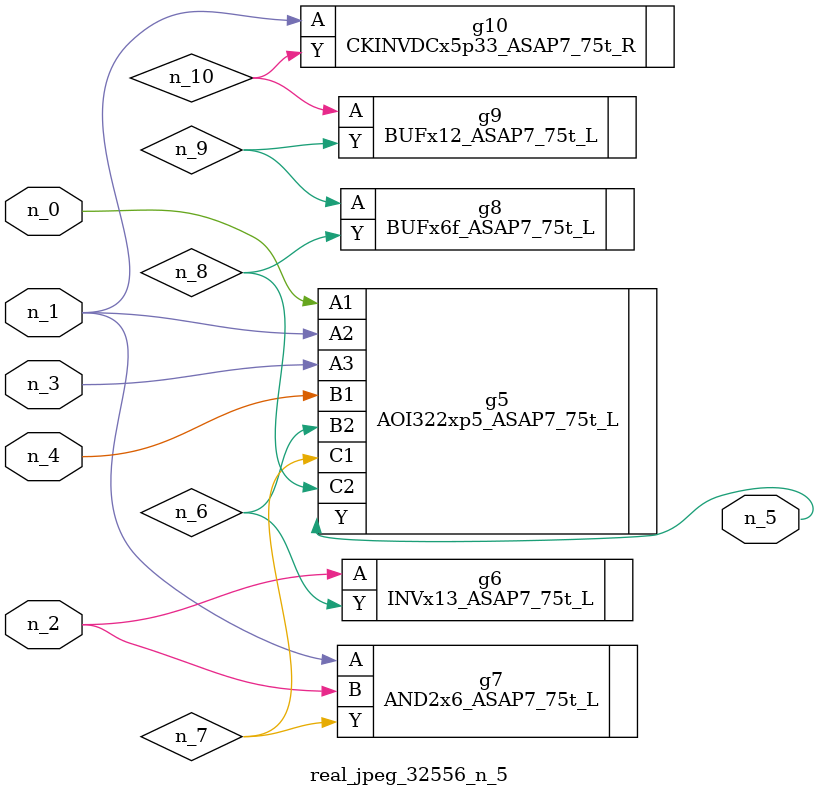
<source format=v>
module real_jpeg_32556_n_5 (n_4, n_0, n_1, n_2, n_3, n_5);

input n_4;
input n_0;
input n_1;
input n_2;
input n_3;

output n_5;

wire n_8;
wire n_6;
wire n_7;
wire n_10;
wire n_9;

AOI322xp5_ASAP7_75t_L g5 ( 
.A1(n_0),
.A2(n_1),
.A3(n_3),
.B1(n_4),
.B2(n_6),
.C1(n_7),
.C2(n_8),
.Y(n_5)
);

AND2x6_ASAP7_75t_L g7 ( 
.A(n_1),
.B(n_2),
.Y(n_7)
);

CKINVDCx5p33_ASAP7_75t_R g10 ( 
.A(n_1),
.Y(n_10)
);

INVx13_ASAP7_75t_L g6 ( 
.A(n_2),
.Y(n_6)
);

BUFx6f_ASAP7_75t_L g8 ( 
.A(n_9),
.Y(n_8)
);

BUFx12_ASAP7_75t_L g9 ( 
.A(n_10),
.Y(n_9)
);


endmodule
</source>
